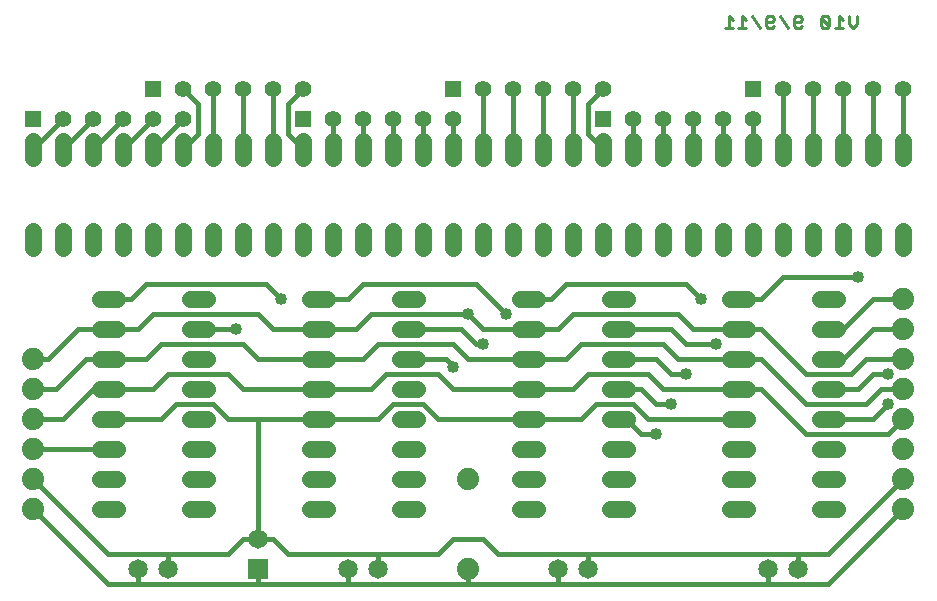
<source format=gbr>
G04 EAGLE Gerber RS-274X export*
G75*
%MOMM*%
%FSLAX34Y34*%
%LPD*%
%INBottom Copper*%
%IPPOS*%
%AMOC8*
5,1,8,0,0,1.08239X$1,22.5*%
G01*
%ADD10C,0.254000*%
%ADD11C,1.422400*%
%ADD12C,1.651000*%
%ADD13C,1.879600*%
%ADD14R,1.651000X1.651000*%
%ADD15R,1.409600X1.409600*%
%ADD16C,1.409600*%
%ADD17C,0.406400*%
%ADD18C,1.016000*%


D10*
X709930Y494039D02*
X709930Y487260D01*
X706540Y483870D01*
X703151Y487260D01*
X703151Y494039D01*
X698236Y490649D02*
X694846Y494039D01*
X694846Y483870D01*
X691457Y483870D02*
X698236Y483870D01*
X686542Y485565D02*
X686542Y492344D01*
X684847Y494039D01*
X681458Y494039D01*
X679763Y492344D01*
X679763Y485565D01*
X681458Y483870D01*
X684847Y483870D01*
X686542Y485565D01*
X679763Y492344D01*
X663154Y485565D02*
X661459Y483870D01*
X658070Y483870D01*
X656375Y485565D01*
X656375Y492344D01*
X658070Y494039D01*
X661459Y494039D01*
X663154Y492344D01*
X663154Y490649D01*
X661459Y488954D01*
X656375Y488954D01*
X651460Y483870D02*
X644681Y494039D01*
X639766Y485565D02*
X638071Y483870D01*
X634682Y483870D01*
X632987Y485565D01*
X632987Y492344D01*
X634682Y494039D01*
X638071Y494039D01*
X639766Y492344D01*
X639766Y490649D01*
X638071Y488954D01*
X632987Y488954D01*
X628072Y483870D02*
X621293Y494039D01*
X616378Y490649D02*
X612989Y494039D01*
X612989Y483870D01*
X616378Y483870D02*
X609599Y483870D01*
X604684Y490649D02*
X601295Y494039D01*
X601295Y483870D01*
X604684Y483870D02*
X597905Y483870D01*
D11*
X159512Y76200D02*
X145288Y76200D01*
X145288Y101600D02*
X159512Y101600D01*
X159512Y127000D02*
X145288Y127000D01*
X145288Y152400D02*
X159512Y152400D01*
X159512Y177800D02*
X145288Y177800D01*
X145288Y203200D02*
X159512Y203200D01*
X159512Y228600D02*
X145288Y228600D01*
X145288Y254000D02*
X159512Y254000D01*
X83312Y254000D02*
X69088Y254000D01*
X69088Y228600D02*
X83312Y228600D01*
X83312Y203200D02*
X69088Y203200D01*
X69088Y177800D02*
X83312Y177800D01*
X83312Y152400D02*
X69088Y152400D01*
X69088Y127000D02*
X83312Y127000D01*
X83312Y101600D02*
X69088Y101600D01*
X69088Y76200D02*
X83312Y76200D01*
X323088Y76200D02*
X337312Y76200D01*
X337312Y101600D02*
X323088Y101600D01*
X323088Y127000D02*
X337312Y127000D01*
X337312Y152400D02*
X323088Y152400D01*
X323088Y177800D02*
X337312Y177800D01*
X337312Y203200D02*
X323088Y203200D01*
X323088Y228600D02*
X337312Y228600D01*
X337312Y254000D02*
X323088Y254000D01*
X261112Y254000D02*
X246888Y254000D01*
X246888Y228600D02*
X261112Y228600D01*
X261112Y203200D02*
X246888Y203200D01*
X246888Y177800D02*
X261112Y177800D01*
X261112Y152400D02*
X246888Y152400D01*
X246888Y127000D02*
X261112Y127000D01*
X261112Y101600D02*
X246888Y101600D01*
X246888Y76200D02*
X261112Y76200D01*
X500888Y76200D02*
X515112Y76200D01*
X515112Y101600D02*
X500888Y101600D01*
X500888Y127000D02*
X515112Y127000D01*
X515112Y152400D02*
X500888Y152400D01*
X500888Y177800D02*
X515112Y177800D01*
X515112Y203200D02*
X500888Y203200D01*
X500888Y228600D02*
X515112Y228600D01*
X515112Y254000D02*
X500888Y254000D01*
X438912Y254000D02*
X424688Y254000D01*
X424688Y228600D02*
X438912Y228600D01*
X438912Y203200D02*
X424688Y203200D01*
X424688Y177800D02*
X438912Y177800D01*
X438912Y152400D02*
X424688Y152400D01*
X424688Y127000D02*
X438912Y127000D01*
X438912Y101600D02*
X424688Y101600D01*
X424688Y76200D02*
X438912Y76200D01*
X678688Y76200D02*
X692912Y76200D01*
X692912Y101600D02*
X678688Y101600D01*
X678688Y127000D02*
X692912Y127000D01*
X692912Y152400D02*
X678688Y152400D01*
X678688Y177800D02*
X692912Y177800D01*
X692912Y203200D02*
X678688Y203200D01*
X678688Y228600D02*
X692912Y228600D01*
X692912Y254000D02*
X678688Y254000D01*
X616712Y254000D02*
X602488Y254000D01*
X602488Y228600D02*
X616712Y228600D01*
X616712Y203200D02*
X602488Y203200D01*
X602488Y177800D02*
X616712Y177800D01*
X616712Y152400D02*
X602488Y152400D01*
X602488Y127000D02*
X616712Y127000D01*
X616712Y101600D02*
X602488Y101600D01*
X602488Y76200D02*
X616712Y76200D01*
D12*
X101600Y25400D03*
X127000Y25400D03*
X279400Y25400D03*
X304800Y25400D03*
X457200Y25400D03*
X482600Y25400D03*
X635000Y25400D03*
X660400Y25400D03*
D13*
X12700Y76200D03*
X12700Y101600D03*
X12700Y127000D03*
X12700Y152400D03*
X12700Y177800D03*
X12700Y203200D03*
X381000Y25400D03*
X381000Y101600D03*
D14*
X203200Y25400D03*
D12*
X203200Y50800D03*
D15*
X12700Y406400D03*
D16*
X38100Y406400D03*
X63500Y406400D03*
X88900Y406400D03*
X114300Y406400D03*
X139700Y406400D03*
D15*
X114300Y431800D03*
D16*
X139700Y431800D03*
X165100Y431800D03*
X190500Y431800D03*
X215900Y431800D03*
X241300Y431800D03*
D15*
X241300Y406400D03*
D16*
X266700Y406400D03*
X292100Y406400D03*
X317500Y406400D03*
X342900Y406400D03*
X368300Y406400D03*
D15*
X368300Y431800D03*
D16*
X393700Y431800D03*
X419100Y431800D03*
X444500Y431800D03*
X469900Y431800D03*
X495300Y431800D03*
D15*
X495300Y406400D03*
D16*
X520700Y406400D03*
X546100Y406400D03*
X571500Y406400D03*
X596900Y406400D03*
X622300Y406400D03*
D15*
X622300Y431800D03*
D16*
X647700Y431800D03*
X673100Y431800D03*
X698500Y431800D03*
X723900Y431800D03*
X749300Y431800D03*
D13*
X749300Y76200D03*
X749300Y101600D03*
X749300Y127000D03*
X749300Y152400D03*
X749300Y177800D03*
X749300Y203200D03*
X749300Y228600D03*
X749300Y254000D03*
D11*
X12700Y297688D02*
X12700Y311912D01*
X38100Y311912D02*
X38100Y297688D01*
X165100Y297688D02*
X165100Y311912D01*
X190500Y311912D02*
X190500Y297688D01*
X63500Y297688D02*
X63500Y311912D01*
X88900Y311912D02*
X88900Y297688D01*
X139700Y297688D02*
X139700Y311912D01*
X114300Y311912D02*
X114300Y297688D01*
X215900Y297688D02*
X215900Y311912D01*
X241300Y311912D02*
X241300Y297688D01*
X241300Y373888D02*
X241300Y388112D01*
X215900Y388112D02*
X215900Y373888D01*
X190500Y373888D02*
X190500Y388112D01*
X165100Y388112D02*
X165100Y373888D01*
X139700Y373888D02*
X139700Y388112D01*
X114300Y388112D02*
X114300Y373888D01*
X88900Y373888D02*
X88900Y388112D01*
X63500Y388112D02*
X63500Y373888D01*
X38100Y373888D02*
X38100Y388112D01*
X12700Y388112D02*
X12700Y373888D01*
X266700Y311912D02*
X266700Y297688D01*
X292100Y297688D02*
X292100Y311912D01*
X419100Y311912D02*
X419100Y297688D01*
X444500Y297688D02*
X444500Y311912D01*
X317500Y311912D02*
X317500Y297688D01*
X342900Y297688D02*
X342900Y311912D01*
X393700Y311912D02*
X393700Y297688D01*
X368300Y297688D02*
X368300Y311912D01*
X469900Y311912D02*
X469900Y297688D01*
X495300Y297688D02*
X495300Y311912D01*
X495300Y373888D02*
X495300Y388112D01*
X469900Y388112D02*
X469900Y373888D01*
X444500Y373888D02*
X444500Y388112D01*
X419100Y388112D02*
X419100Y373888D01*
X393700Y373888D02*
X393700Y388112D01*
X368300Y388112D02*
X368300Y373888D01*
X342900Y373888D02*
X342900Y388112D01*
X317500Y388112D02*
X317500Y373888D01*
X292100Y373888D02*
X292100Y388112D01*
X266700Y388112D02*
X266700Y373888D01*
X520700Y311912D02*
X520700Y297688D01*
X546100Y297688D02*
X546100Y311912D01*
X673100Y311912D02*
X673100Y297688D01*
X698500Y297688D02*
X698500Y311912D01*
X571500Y311912D02*
X571500Y297688D01*
X596900Y297688D02*
X596900Y311912D01*
X647700Y311912D02*
X647700Y297688D01*
X622300Y297688D02*
X622300Y311912D01*
X723900Y311912D02*
X723900Y297688D01*
X749300Y297688D02*
X749300Y311912D01*
X749300Y373888D02*
X749300Y388112D01*
X723900Y388112D02*
X723900Y373888D01*
X698500Y373888D02*
X698500Y388112D01*
X673100Y388112D02*
X673100Y373888D01*
X647700Y373888D02*
X647700Y388112D01*
X622300Y388112D02*
X622300Y373888D01*
X596900Y373888D02*
X596900Y388112D01*
X571500Y388112D02*
X571500Y373888D01*
X546100Y373888D02*
X546100Y388112D01*
X520700Y388112D02*
X520700Y373888D01*
D17*
X184150Y228600D02*
X152400Y228600D01*
D18*
X184150Y228600D03*
D17*
X330200Y203200D02*
X361950Y203200D01*
X368300Y196850D01*
D18*
X368300Y196850D03*
D17*
X374650Y228600D02*
X330200Y228600D01*
X374650Y228600D02*
X387350Y215900D01*
X393700Y215900D01*
D18*
X393700Y215900D03*
D17*
X76200Y12700D02*
X12700Y76200D01*
X76200Y12700D02*
X101600Y12700D01*
X101600Y25400D01*
X203200Y25400D02*
X203200Y12700D01*
X101600Y12700D01*
X279400Y12700D02*
X279400Y25400D01*
X279400Y12700D02*
X203200Y12700D01*
X381000Y12700D02*
X381000Y25400D01*
X381000Y12700D02*
X279400Y12700D01*
X381000Y12700D02*
X457200Y12700D01*
X457200Y25400D01*
X457200Y12700D02*
X635000Y12700D01*
X635000Y25400D01*
X635000Y12700D02*
X685800Y12700D01*
X749300Y76200D01*
X723900Y152400D02*
X736600Y165100D01*
X723900Y152400D02*
X685800Y152400D01*
D18*
X736600Y165100D03*
D17*
X190500Y50800D02*
X177800Y38100D01*
X190500Y50800D02*
X203200Y50800D01*
X177800Y38100D02*
X127000Y38100D01*
X127000Y25400D01*
X127000Y38100D02*
X76200Y38100D01*
X12700Y101600D01*
X203200Y50800D02*
X215900Y50800D01*
X228600Y38100D01*
X304800Y38100D01*
X304800Y25400D01*
X685800Y38100D02*
X749300Y101600D01*
X685800Y38100D02*
X660400Y38100D01*
X660400Y25400D01*
X660400Y38100D02*
X482600Y38100D01*
X482600Y25400D01*
X355600Y38100D02*
X304800Y38100D01*
X355600Y38100D02*
X368300Y50800D01*
X393700Y50800D01*
X406400Y38100D01*
X482600Y38100D01*
X533400Y152400D02*
X609600Y152400D01*
X533400Y152400D02*
X520700Y165100D01*
X488950Y165100D01*
X476250Y152400D01*
X431800Y152400D01*
X355600Y152400D01*
X342900Y165100D01*
X317500Y165100D01*
X304800Y152400D01*
X254000Y152400D01*
X120650Y152400D02*
X76200Y152400D01*
X120650Y152400D02*
X133350Y165100D01*
X165100Y165100D01*
X177800Y152400D01*
X203200Y152400D01*
X254000Y152400D01*
X203200Y152400D02*
X203200Y50800D01*
X95250Y254000D02*
X76200Y254000D01*
X95250Y254000D02*
X107950Y266700D01*
X209550Y266700D01*
X222250Y254000D01*
D18*
X222250Y254000D03*
D17*
X254000Y254000D02*
X279400Y254000D01*
X292100Y266700D01*
X387350Y266700D01*
X412750Y241300D01*
D18*
X412750Y241300D03*
D17*
X431800Y254000D02*
X450850Y254000D01*
X463550Y266700D01*
X565150Y266700D01*
X577850Y254000D01*
D18*
X577850Y254000D03*
D17*
X107950Y203200D02*
X76200Y203200D01*
X107950Y203200D02*
X120650Y215900D01*
X190500Y215900D01*
X203200Y203200D01*
X254000Y203200D01*
X292100Y203200D01*
X304800Y215900D01*
X368300Y215900D01*
X381000Y203200D01*
X431800Y203200D01*
X463550Y203200D01*
X476250Y215900D01*
X546100Y215900D01*
X558800Y203200D01*
X609600Y203200D01*
X31750Y177800D02*
X12700Y177800D01*
X31750Y177800D02*
X57150Y203200D01*
X76200Y203200D01*
X730250Y177800D02*
X749300Y177800D01*
X730250Y177800D02*
X717550Y165100D01*
X666750Y165100D01*
X628650Y203200D01*
X609600Y203200D01*
X298450Y177800D02*
X254000Y177800D01*
X298450Y177800D02*
X311150Y190500D01*
X355600Y190500D01*
X368300Y177800D01*
X431800Y177800D01*
X254000Y177800D02*
X190500Y177800D01*
X177800Y190500D01*
X127000Y190500D01*
X114300Y177800D01*
X76200Y177800D01*
X431800Y177800D02*
X469900Y177800D01*
X482600Y190500D01*
X533400Y190500D01*
X546100Y177800D01*
X609600Y177800D01*
X38100Y152400D02*
X12700Y152400D01*
X38100Y152400D02*
X63500Y177800D01*
X76200Y177800D01*
X736600Y139700D02*
X749300Y152400D01*
X736600Y139700D02*
X666750Y139700D01*
X628650Y177800D01*
X609600Y177800D01*
X647700Y273050D02*
X711200Y273050D01*
X647700Y273050D02*
X628650Y254000D01*
X609600Y254000D01*
D18*
X711200Y273050D03*
D17*
X76200Y127000D02*
X12700Y127000D01*
X723900Y190500D02*
X736600Y190500D01*
X723900Y190500D02*
X711200Y177800D01*
X685800Y177800D01*
D18*
X736600Y190500D03*
D17*
X514350Y152400D02*
X508000Y152400D01*
X514350Y152400D02*
X527050Y139700D01*
X539750Y139700D01*
D18*
X539750Y139700D03*
D17*
X527050Y177800D02*
X508000Y177800D01*
X527050Y177800D02*
X539750Y165100D01*
X552450Y165100D01*
D18*
X552450Y165100D03*
D17*
X539750Y203200D02*
X508000Y203200D01*
X539750Y203200D02*
X552450Y190500D01*
X565150Y190500D01*
D18*
X565150Y190500D03*
D17*
X552450Y228600D02*
X508000Y228600D01*
X552450Y228600D02*
X565150Y215900D01*
X590550Y215900D01*
D18*
X590550Y215900D03*
D17*
X38100Y406400D02*
X12700Y381000D01*
X38100Y381000D02*
X63500Y406400D01*
X63500Y381000D02*
X88900Y406400D01*
X88900Y381000D02*
X114300Y406400D01*
X114300Y381000D02*
X139700Y406400D01*
X152400Y393700D02*
X139700Y381000D01*
X152400Y393700D02*
X152400Y419100D01*
X139700Y431800D01*
X165100Y431800D02*
X165100Y381000D01*
X190500Y381000D02*
X190500Y431800D01*
X215900Y431800D02*
X215900Y381000D01*
X228600Y393700D02*
X241300Y381000D01*
X228600Y393700D02*
X228600Y419100D01*
X241300Y431800D01*
X266700Y406400D02*
X266700Y381000D01*
X292100Y381000D02*
X292100Y406400D01*
X317500Y406400D02*
X317500Y381000D01*
X342900Y381000D02*
X342900Y406400D01*
X368300Y406400D02*
X368300Y381000D01*
X393700Y381000D02*
X393700Y431800D01*
X419100Y431800D02*
X419100Y381000D01*
X444500Y381000D02*
X444500Y431800D01*
X469900Y431800D02*
X469900Y381000D01*
X482600Y393700D02*
X495300Y381000D01*
X482600Y393700D02*
X482600Y419100D01*
X495300Y431800D01*
X520700Y406400D02*
X520700Y381000D01*
X546100Y381000D02*
X546100Y406400D01*
X571500Y406400D02*
X571500Y381000D01*
X596900Y381000D02*
X596900Y406400D01*
X622300Y406400D02*
X622300Y381000D01*
X647700Y381000D02*
X647700Y431800D01*
X673100Y431800D02*
X673100Y381000D01*
X698500Y381000D02*
X698500Y431800D01*
X723900Y431800D02*
X723900Y381000D01*
X749300Y381000D02*
X749300Y431800D01*
X101600Y228600D02*
X76200Y228600D01*
X101600Y228600D02*
X114300Y241300D01*
X203200Y241300D01*
X215900Y228600D01*
X254000Y228600D01*
X285750Y228600D01*
X298450Y241300D01*
X381000Y241300D01*
X393700Y228600D01*
X431800Y228600D01*
X457200Y228600D01*
X469900Y241300D01*
X558800Y241300D01*
X571500Y228600D01*
X609600Y228600D01*
X25400Y203200D02*
X12700Y203200D01*
X25400Y203200D02*
X50800Y228600D01*
X76200Y228600D01*
X717550Y203200D02*
X749300Y203200D01*
X717550Y203200D02*
X704850Y190500D01*
X666750Y190500D01*
X628650Y228600D01*
X609600Y228600D01*
D18*
X381000Y241300D03*
D17*
X685800Y203200D02*
X698500Y203200D01*
X723900Y228600D01*
X749300Y228600D01*
X749300Y254000D02*
X723900Y254000D01*
X698500Y228600D01*
X685800Y228600D01*
M02*

</source>
